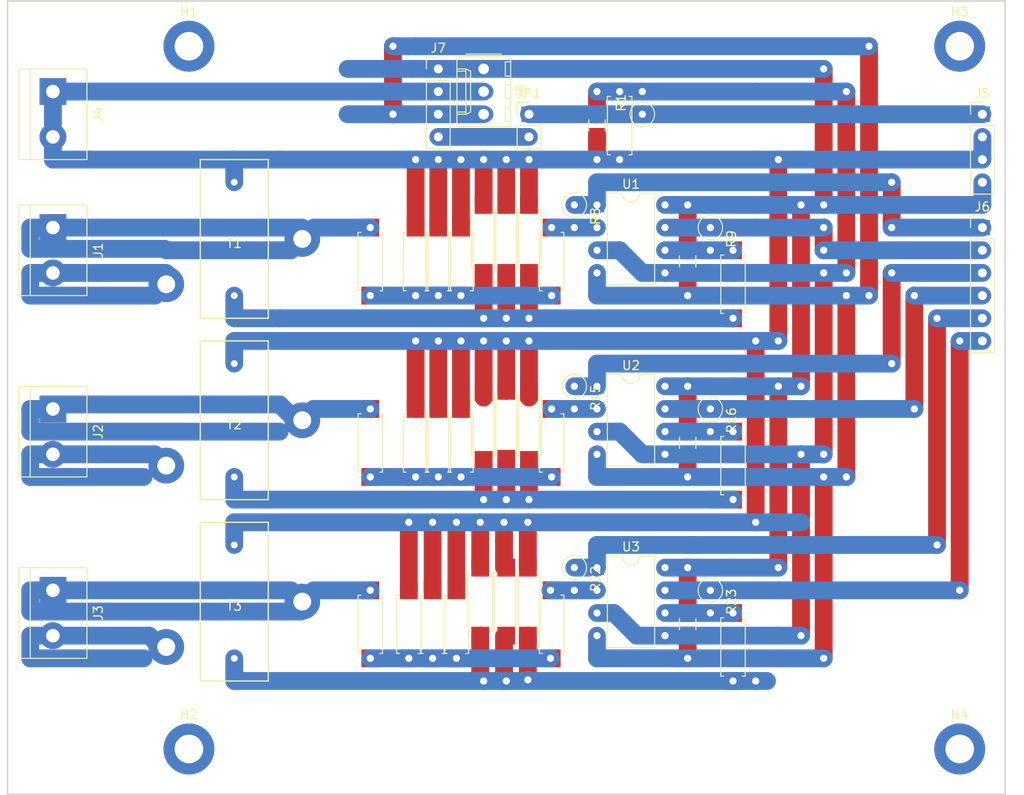
<source format=kicad_pcb>
(kicad_pcb (version 20240108) (generator "pcbnew") (generator_version "8.0")
  (layers (0 "F.Cu" signal) (31 "B.Cu" signal) (34 "B.Paste" user) (35 "F.Paste" user) (36 "B.SilkS" user "B.Silkscreen") (37 "F.SilkS" user "F.Silkscreen") (38 "B.Mask" user) (39 "F.Mask" user) (44 "Edge.Cuts" user))
  (net 0 "")
  (net 1 "GND")
  (net 2 "VDDF")
  (net 3 "VCC")
  (net 4 "VEE")
  (net 5 "/AFE/sensor0/amp0/V_IN")
  (net 6 "/AFE/sensor0/amp0/I_IN")
  (net 7 "/AFE/sensor1/amp0/V_IN")
  (net 8 "/AFE/sensor1/amp0/I_IN")
  (net 9 "/AFE/sensor2/amp0/V_IN")
  (net 10 "/AFE/sensor2/amp0/I_IN")
  (net 11 "VDD")
  (net 12 "Net-(R6-Pad1)")
  (net 13 "Net-(R7-Pad1)")
  (net 14 "Net-(R13-Pad1)")
  (net 15 "Net-(R14-Pad1)")
  (net 16 "Net-(R20-Pad1)")
  (net 17 "Net-(R21-Pad1)")
  (net 18 "/L1_OR_R3_OUT")
  (net 19 "/L1_OR_R3_IN")
  (net 20 "/E1_OR_S3_IN")
  (net 21 "/E1_OR_S3_OUT")
  (net 22 "/T3_OUT")
  (net 23 "/T3_IN")
  (net 24 "/A0")
  (net 25 "/A1")
  (net 26 "/A2")
  (net 27 "/A3")
  (net 28 "/A4")
  (net 29 "/A5")
  (net 30 "Net-(J7-Pad4)")
  (footprint "For_Rasterboard:R_Axial_DIN0207_L6.3mm_D2.5mm_Pinf_Horizontal" (layer "F.Cu") (at 152.4 66.04 -90)
    (property "Reference" "R13" (hide yes))
    (property "Value" "100k")
  )
  (footprint "For_Rasterboard:R_Axial_DIN0207_L6.3mm_D2.5mm_Pinf_Horizontal" (layer "F.Cu") (at 129.413 88.9 90)
    (property "Reference" "D10" (hide yes))
    (property "Value" "1N4148")
  )
  (footprint "TerminalBlock:TerminalBlock_bornier-2_P5.08mm" (layer "F.Cu") (at 76.2 43.18 -90)
    (property "Reference" "J1")
    (property "Value" "Screw_Terminal_01x02")
  )
  (footprint "For_Rasterboard:R_Axial_DIN0207_L6.3mm_D2.5mm_Pinf_Horizontal" (layer "F.Cu") (at 127 61.468 -90)
    (property "Reference" "D8" (hide yes))
    (property "Value" "1N4148")
  )
  (footprint "Resistor_THT:R_Axial_DIN0207_L6.3mm_D2.5mm_P2.54mm_Vertical" (layer "F.Cu") (at 149.86 63.5 -90)
    (property "Reference" "R16")
    (property "Value" "220k")
  )
  (footprint "MountingHole:MountingHole_3.2mm_M3_ISO7380_Pad" (layer "F.Cu") (at 91.44 22.86)
    (property "Reference" "H1")
    (property "Value" "MountingHole")
  )
  (footprint "MountingHole:MountingHole_3.2mm_M3_ISO7380_Pad" (layer "F.Cu") (at 177.8 22.86)
    (property "Reference" "H3")
    (property "Value" "MountingHole")
  )
  (footprint "MountingHole:MountingHole_3.2mm_M3_ISO7380_Pad" (layer "F.Cu") (at 177.8 101.6)
    (property "Reference" "H4")
    (property "Value" "MountingHole")
  )
  (footprint "MountingHole:MountingHole_3.2mm_M3_ISO7380_Pad" (layer "F.Cu") (at 91.44 101.6)
    (property "Reference" "H2")
    (property "Value" "MountingHole")
  )
  (footprint "For_Rasterboard:C_Disc_D3.0mm_W1.6mm_Pinf" (layer "F.Cu") (at 137.16 30.48 -90)
    (property "Reference" "C1" (hide yes))
    (property "Value" "100n")
  )
  (footprint "Resistor_THT:R_Axial_DIN0207_L6.3mm_D2.5mm_P2.54mm_Vertical" (layer "F.Cu") (at 142.24 30.48 90)
    (property "Reference" "R1")
    (property "Value" "5k6")
  )
  (footprint "Connector_PinHeader_2.54mm:PinHeader_1x04_P2.54mm_Vertical" (layer "F.Cu") (at 119.38 25.4)
    (property "Reference" "J7")
    (property "Value" "Conn_01x04")
  )
  (footprint "Connector_PinHeader_2.54mm:PinHeader_1x02_P2.54mm_Vertical" (layer "F.Cu") (at 129.54 30.48)
    (property "Reference" "JP1")
    (property "Value" "Jumper_2_Open")
  )
  (footprint "Local_Modules:ASM-010" (layer "F.Cu") (at 96.52 44.45)
    (property "Reference" "T1")
    (property "Value" "ASM-010")
  )
  (footprint "TerminalBlock:TerminalBlock_bornier-2_P5.08mm" (layer "F.Cu") (at 76.2 63.5 -90)
    (property "Reference" "J2")
    (property "Value" "Screw_Terminal_01x02")
  )
  (footprint "TerminalBlock:TerminalBlock_bornier-2_P5.08mm" (layer "F.Cu") (at 76.2 83.82 -90)
    (property "Reference" "J3")
    (property "Value" "Screw_Terminal_01x02")
  )
  (footprint "TerminalBlock:TerminalBlock_bornier-2_P5.08mm" (layer "F.Cu") (at 76.2 27.94 -90)
    (property "Reference" "J4")
    (property "Value" "Screw_Terminal_01x02")
  )
  (footprint "Local_Modules:ASM-010" (layer "F.Cu") (at 96.52 64.77)
    (property "Reference" "T2")
    (property "Value" "ASM-010")
  )
  (footprint "Local_Modules:ASM-010" (layer "F.Cu") (at 96.52 85.09)
    (property "Reference" "T3")
    (property "Value" "ASM-010")
  )
  (footprint "For_Rasterboard:C_Disc_D3.0mm_W1.6mm_Pinf" (layer "F.Cu") (at 147.32 45.72 -90)
    (property "Reference" "C2" (hide yes))
    (property "Value" "100n")
  )
  (footprint "For_Rasterboard:C_Disc_D3.0mm_W1.6mm_Pinf" (layer "F.Cu") (at 147.32 86.36 -90)
    (property "Reference" "C4" (hide yes))
    (property "Value" "100n")
  )
  (footprint "Connector_PinHeader_2.54mm:PinHeader_1x04_P2.54mm_Vertical" (layer "F.Cu") (at 180.34 30.48)
    (property "Reference" "J5")
    (property "Value" "Conn_01x04")
  )
  (footprint "Connector_PinHeader_2.54mm:PinHeader_1x06_P2.54mm_Vertical" (layer "F.Cu") (at 180.34 43.18)
    (property "Reference" "J6")
    (property "Value" "Conn_01x06")
  )
  (footprint "For_Rasterboard:R_Axial_DIN0207_L6.3mm_D2.5mm_Pinf_Horizontal" (layer "F.Cu") (at 139.7 27.94 -90)
    (property "Reference" "R2" (hide yes))
    (property "Value" "1k")
  )
  (footprint "For_Rasterboard:R_Axial_DIN0207_L6.3mm_D2.5mm_Pinf_Horizontal" (layer "F.Cu") (at 124.46 48.26 90)
    (property "Reference" "R3" (hide yes))
    (property "Value" "50")
  )
  (footprint "For_Rasterboard:R_Axial_DIN0207_L6.3mm_D2.5mm_Pinf_Horizontal" (layer "F.Cu") (at 111.76 43.18 -90)
    (property "Reference" "R4" (hide yes))
    (property "Value" "1M5")
  )
  (footprint "For_Rasterboard:R_Axial_DIN0207_L6.3mm_D2.5mm_Pinf_Horizontal" (layer "F.Cu") (at 116.84 50.8 90)
    (property "Reference" "R5" (hide yes))
    (property "Value" "1k")
  )
  (footprint "For_Rasterboard:R_Axial_DIN0207_L6.3mm_D2.5mm_Pinf_Horizontal" (layer "F.Cu") (at 152.4 45.72 -90)
    (property "Reference" "R6" (hide yes))
    (property "Value" "100k")
  )
  (footprint "For_Rasterboard:R_Axial_DIN0207_L6.3mm_D2.5mm_Pinf_Horizontal" (layer "F.Cu") (at 124.46 69.215 90)
    (property "Reference" "R10" (hide yes))
    (property "Value" "50")
  )
  (footprint "For_Rasterboard:R_Axial_DIN0207_L6.3mm_D2.5mm_Pinf_Horizontal" (layer "F.Cu") (at 111.76 63.5 -90)
    (property "Reference" "R11" (hide yes))
    (property "Value" "1M5")
  )
  (footprint "For_Rasterboard:R_Axial_DIN0207_L6.3mm_D2.5mm_Pinf_Horizontal" (layer "F.Cu") (at 121.92 71.12 90)
    (property "Reference" "R12" (hide yes))
    (property "Value" "1k")
  )
  (footprint "For_Rasterboard:R_Axial_DIN0207_L6.3mm_D2.5mm_Pinf_Horizontal" (layer "F.Cu") (at 152.4 86.36 -90)
    (property "Reference" "R20" (hide yes))
    (property "Value" "100k")
  )
  (footprint "Package_DIP:DIP-8_W7.62mm" (layer "F.Cu") (at 137.16 40.64)
    (property "Reference" "U1")
    (property "Value" "TL072")
  )
  (footprint "Package_DIP:DIP-8_W7.62mm" (layer "F.Cu") (at 137.16 81.28)
    (property "Reference" "U3")
    (property "Value" "TL072")
  )
  (footprint "Package_DIP:DIP-8_W7.62mm" (layer "F.Cu") (at 137.16 60.96)
    (property "Reference" "U2")
    (property "Value" "TL072")
  )
  (footprint "For_Rasterboard:R_Axial_DIN0207_L6.3mm_D2.5mm_Pinf_Horizontal" (layer "F.Cu") (at 124.079 88.9 90)
    (property "Reference" "R17" (hide yes))
    (property "Value" "50")
  )
  (footprint "For_Rasterboard:R_Axial_DIN0207_L6.3mm_D2.5mm_Pinf_Horizontal" (layer "F.Cu") (at 111.76 83.82 -90)
    (property "Reference" "R18" (hide yes))
    (property "Value" "1M5")
  )
  (footprint "For_Rasterboard:R_Axial_DIN0207_L6.3mm_D2.5mm_Pinf_Horizontal" (layer "F.Cu") (at 121.412 91.44 90)
    (property "Reference" "R19" (hide yes))
    (property "Value" "1k")
  )
  (footprint "For_Rasterboard:C_Disc_D3.0mm_W1.6mm_Pinf" (layer "F.Cu") (at 147.32 66.04 -90)
    (property "Reference" "C3" (hide yes))
    (property "Value" "100n")
  )
  (footprint "Resistor_THT:R_Axial_DIN0207_L6.3mm_D2.5mm_P2.54mm_Vertical" (layer "F.Cu") (at 149.86 43.18 -90)
    (property "Reference" "R9")
    (property "Value" "220k")
  )
  (footprint "Resistor_THT:R_Axial_DIN0207_L6.3mm_D2.5mm_P2.54mm_Vertical" (layer "F.Cu") (at 149.86 83.82 -90)
    (property "Reference" "R23")
    (property "Value" "220k")
  )
  (footprint "For_Rasterboard:R_Axial_DIN0207_L6.3mm_D2.5mm_Pinf_Horizontal" (layer "F.Cu") (at 121.92 50.8 90)
    (property "Reference" "D1" (hide yes))
    (property "Value" "1N4148")
  )
  (footprint "For_Rasterboard:R_Axial_DIN0207_L6.3mm_D2.5mm_Pinf_Horizontal" (layer "F.Cu") (at 119.38 71.12 90)
    (property "Reference" "D5" (hide yes))
    (property "Value" "1N4148")
  )
  (footprint "For_Rasterboard:R_Axial_DIN0207_L6.3mm_D2.5mm_Pinf_Horizontal" (layer "F.Cu") (at 118.745 91.44 90)
    (property "Reference" "D9" (hide yes))
    (property "Value" "1N4148")
  )
  (footprint "For_Rasterboard:R_Axial_DIN0207_L6.3mm_D2.5mm_Pinf_Horizontal" (layer "F.Cu") (at 132.08 43.18 -90)
    (property "Reference" "R7" (hide yes))
    (property "Value" "100k")
  )
  (footprint "Resistor_THT:R_Axial_DIN0207_L6.3mm_D2.5mm_P2.54mm_Vertical" (layer "F.Cu") (at 134.62 40.64 -90)
    (property "Reference" "R8")
    (property "Value" "220k")
  )
  (footprint "For_Rasterboard:R_Axial_DIN0207_L6.3mm_D2.5mm_Pinf_Horizontal" (layer "F.Cu") (at 132.08 63.5 -90)
    (property "Reference" "R14" (hide yes))
    (property "Value" "100k")
  )
  (footprint "Resistor_THT:R_Axial_DIN0207_L6.3mm_D2.5mm_P2.54mm_Vertical" (layer "F.Cu") (at 134.62 60.96 -90)
    (property "Reference" "R15")
    (property "Value" "220k")
  )
  (footprint "For_Rasterboard:R_Axial_DIN0207_L6.3mm_D2.5mm_Pinf_Horizontal" (layer "F.Cu") (at 132.08 83.82 -90)
    (property "Reference" "R21" (hide yes))
    (property "Value" "100k")
  )
  (footprint "Resistor_THT:R_Axial_DIN0207_L6.3mm_D2.5mm_P2.54mm_Vertical" (layer "F.Cu") (at 134.62 81.28 -90)
    (property "Reference" "R22")
    (property "Value" "220k")
  )
  (footprint "For_Rasterboard:R_Axial_DIN0207_L6.3mm_D2.5mm_Pinf_Horizontal" (layer "F.Cu") (at 129.54 48.26 90)
    (property "Reference" "D2" (hide yes))
    (property "Value" "1N4148")
  )
  (footprint "For_Rasterboard:R_Axial_DIN0207_L6.3mm_D2.5mm_Pinf_Horizontal" (layer "F.Cu") (at 119.38 43.18 -90)
    (property "Reference" "D3" (hide yes))
    (property "Value" "1N4148")
  )
  (footprint "For_Rasterboard:R_Axial_DIN0207_L6.3mm_D2.5mm_Pinf_Horizontal" (layer "F.Cu") (at 127 40.64 -90)
    (property "Reference" "D4" (hide yes))
    (property "Value" "1N4148")
  )
  (footprint "For_Rasterboard:R_Axial_DIN0207_L6.3mm_D2.5mm_Pinf_Horizontal" (layer "F.Cu") (at 129.54 69.215 90)
    (property "Reference" "D6" (hide yes))
    (property "Value" "1N4148")
  )
  (footprint "For_Rasterboard:R_Axial_DIN0207_L6.3mm_D2.5mm_Pinf_Horizontal" (layer "F.Cu") (at 116.84 63.5 -90)
    (property "Reference" "D7" (hide yes))
    (property "Value" "1N4148")
  )
  (footprint "For_Rasterboard:R_Axial_DIN0207_L6.3mm_D2.5mm_Pinf_Horizontal" (layer "F.Cu") (at 116.078 83.82 -90)
    (property "Reference" "D11" (hide yes))
    (property "Value" "1N4148")
  )
  (footprint "For_Rasterboard:R_Axial_DIN0207_L6.3mm_D2.5mm_Pinf_Horizontal" (layer "F.Cu") (at 127 81.28 -90)
    (property "Reference" "D12" (hide yes))
    (property "Value" "1N4148")
  )
  (footprint "Connector_Molex:Molex_KK-254_AE-6410-03A_1x03_P2.54mm_Vertical" (layer "F.Cu") (at 124.46 25.4 -90)
    (property "Reference" "J8")
    (property "Value" "NS25-W3P male")
  )
  (gr_line (start 71.12 106.68) (end 182.88 106.68) (stroke (width 0.2)) (layer "Edge.Cuts"))
  (gr_line (start 71.12 106.68) (end 71.12 17.78) (stroke (width 0.15)) (layer "Edge.Cuts"))
  (gr_line (start 182.88 106.68) (end 182.88 17.78) (stroke (width 0.15)) (layer "Edge.Cuts"))
  (gr_line (start 71.12 17.78) (end 182.88 17.78) (stroke (width 0.2)) (layer "Edge.Cuts"))
  (segment (start 126.746 78.28) (end 126.746 76.2) (width 2) (layer "F.Cu") (net 1))
  (segment (start 126.746 81.28) (end 126.746 78.28) (width 2) (layer "F.Cu") (net 1))
  (segment (start 129.413 81.28) (end 129.413 76.2) (width 2) (layer "F.Cu") (net 1))
  (segment (start 121.92 63.5) (end 121.92 55.88) (width 2) (layer "F.Cu") (net 1))
  (segment (start 157.48 35.56) (end 157.48 55.88) (width 2) (layer "F.Cu") (net 1))
  (segment (start 116.078 83.82) (end 116.078 76.2) (width 2) (layer "F.Cu") (net 1))
  (segment (start 116.84 43.18) (end 116.84 35.56) (width 2) (layer "F.Cu") (net 1))
  (segment (start 129.54 40.64) (end 129.54 35.56) (width 2) (layer "F.Cu") (net 1))
  (segment (start 119.38 63.5) (end 119.38 55.88) (width 2) (layer "F.Cu") (net 1))
  (segment (start 121.412 83.82) (end 121.412 76.835) (width 2) (layer "F.Cu") (net 1))
  (segment (start 118.745 83.82) (end 118.745 76.835) (width 2) (layer "F.Cu") (net 1))
  (segment (start 127 40.64) (end 127 35.56) (width 2) (layer "F.Cu") (net 1))
  (segment (start 127 61.468) (end 127 55.88) (width 2) (layer "F.Cu") (net 1))
  (segment (start 124.46 62.23) (end 124.46 55.88) (width 2) (layer "F.Cu") (net 1))
  (segment (start 116.84 63.5) (end 116.84 55.88) (width 2) (layer "F.Cu") (net 1))
  (segment (start 119.38 43.18) (end 119.38 35.56) (width 2) (layer "F.Cu") (net 1))
  (segment (start 124.079 81.28) (end 124.079 76.2) (width 2) (layer "F.Cu") (net 1))
  (segment (start 124.46 40.64) (end 124.46 35.56) (width 2) (layer "F.Cu") (net 1))
  (segment (start 154.94 55.88) (end 154.94 76.2) (width 2) (layer "F.Cu") (net 1))
  (segment (start 129.54 62.23) (end 129.54 55.88) (width 2) (layer "F.Cu") (net 1))
  (segment (start 137.16 33.02) (end 137.16 35.56) (width 2) (layer "F.Cu") (net 1))
  (segment (start 121.92 43.18) (end 121.92 35.56) (width 2) (layer "F.Cu") (net 1))
  (via (at 126.746 76.2) (size 2) (drill 0.8) (layers "F.Cu" "B.Cu") (net 1))
  (via (at 129.413 76.2) (size 2) (drill 0.8) (layers "F.Cu" "B.Cu") (net 1))
  (via (at 157.48 35.56) (size 2) (drill 0.8) (layers "F.Cu" "B.Cu") (net 1))
  (via (at 129.54 55.88) (size 2) (drill 0.8) (layers "F.Cu" "B.Cu") (net 1))
  (via (at 119.38 35.56) (size 2) (drill 0.8) (layers "F.Cu" "B.Cu") (net 1))
  (via (at 139.7 35.56) (size 2) (drill 0.8) (layers "F.Cu" "B.Cu") (net 1))
  (via (at 127 35.56) (size 2) (drill 0.8) (layers "F.Cu" "B.Cu") (net 1))
  (via (at 157.48 55.88) (size 2) (drill 0.8) (layers "F.Cu" "B.Cu") (net 1))
  (via (at 154.94 55.88) (size 2) (drill 0.8) (layers "F.Cu" "B.Cu") (net 1))
  (via (at 129.54 35.56) (size 2) (drill 0.8) (layers "F.Cu" "B.Cu") (net 1))
  (via (at 116.078 76.2) (size 2) (drill 0.8) (layers "F.Cu" "B.Cu") (net 1))
  (via (at 154.94 76.2) (size 2) (drill 0.8) (layers "F.Cu" "B.Cu") (net 1))
  (via (at 124.079 76.2) (size 2) (drill 0.8) (layers "F.Cu" "B.Cu") (net 1))
  (via (at 119.38 55.88) (size 2) (drill 0.8) (layers "F.Cu" "B.Cu") (net 1))
  (via (at 116.84 55.88) (size 2) (drill 0.8) (layers "F.Cu" "B.Cu") (net 1))
  (via (at 127 55.88) (size 2) (drill 0.8) (layers "F.Cu" "B.Cu") (net 1))
  (via (at 137.16 35.56) (size 2) (drill 0.8) (layers "F.Cu" "B.Cu") (net 1))
  (via (at 118.745 76.2) (size 2) (drill 0.8) (layers "F.Cu" "B.Cu") (net 1))
  (via (at 116.84 35.56) (size 2) (drill 0.8) (layers "F.Cu" "B.Cu") (net 1))
  (via (at 121.92 35.56) (size 2) (drill 0.8) (layers "F.Cu" "B.Cu") (net 1))
  (via (at 124.46 55.88) (size 2) (drill 0.8) (layers "F.Cu" "B.Cu") (net 1))
  (via (at 121.92 55.88) (size 2) (drill 0.8) (layers "F.Cu" "B.Cu") (net 1))
  (via (at 124.46 35.56) (size 2) (drill 0.8) (layers "F.Cu" "B.Cu") (net 1))
  (via (at 121.412 76.2) (size 2) (drill 0.8) (layers "F.Cu" "B.Cu") (net 1))
  (segment (start 96.52 55.88) (end 154.94 55.88) (width 2) (layer "B.Cu") (net 1))
  (segment (start 96.52 35.56) (end 96.52 38.1) (width 2) (layer "B.Cu") (net 1))
  (segment (start 137.16 35.56) (end 101.6 35.56) (width 2) (layer "B.Cu") (net 1))
  (segment (start 96.52 78.74) (end 96.52 76.2) (width 2) (layer "B.Cu") (net 1))
  (segment (start 157.48 35.56) (end 154.94 35.56) (width 2) (layer "B.Cu") (net 1))
  (segment (start 118.745 76.2) (end 121.92 76.2) (width 2) (layer "B.Cu") (net 1))
  (segment (start 180.34 35.56) (end 180.34 33.02) (width 2) (layer "B.Cu") (net 1))
  (segment (start 96.52 35.56) (end 101.6 35.56) (width 2) (layer "B.Cu") (net 1))
  (segment (start 154.94 35.56) (end 137.16 35.56) (width 2) (layer "B.Cu") (net 1))
  (segment (start 119.38 27.94) (end 124.46 27.94) (width 2) (layer "B.Cu") (net 1))
  (segment (start 160.02 35.56) (end 157.48 35.56) (width 2) (layer "B.Cu") (net 1))
  (segment (start 96.52 58.42) (end 96.52 55.88) (width 2) (layer "B.Cu") (net 1))
  (segment (start 157.48 76.2) (end 160.02 76.2) (width 2) (layer "B.Cu") (net 1))
  (segment (start 76.2 35.56) (end 76.2 27.94) (width 2) (layer "B.Cu") (net 1))
  (segment (start 96.52 76.2) (end 118.745 76.2) (width 2) (layer "B.Cu") (net 1))
  (segment (start 154.94 55.88) (end 157.48 55.88) (width 2) (layer "B.Cu") (net 1))
  (segment (start 121.92 76.2) (end 157.48 76.2) (width 2) (layer "B.Cu") (net 1))
  (segment (start 96.52 35.56) (end 76.2 35.56) (width 2) (layer "B.Cu") (net 1))
  (segment (start 160.02 35.56) (end 180.34 35.56) (width 2) (layer "B.Cu") (net 1))
  (segment (start 119.38 27.94) (end 76.2 27.94) (width 2) (layer "B.Cu") (net 1))
  (segment (start 160.02 68.58) (end 160.02 88.9) (width 2) (layer "F.Cu") (net 2))
  (segment (start 165.1 48.26) (end 165.1 27.94) (width 2) (layer "F.Cu") (net 2))
  (segment (start 162.56 48.26) (end 162.56 68.58) (width 2) (layer "F.Cu") (net 2))
  (segment (start 137.16 30.48) (end 137.16 27.94) (width 2) (layer "F.Cu") (net 2))
  (via (at 162.56 48.26) (size 2) (drill 0.8) (layers "F.Cu" "B.Cu") (net 2))
  (via (at 165.1 27.94) (size 2) (drill 0.8) (layers "F.Cu" "B.Cu") (net 2))
  (via (at 165.1 48.26) (size 2) (drill 0.8) (layers "F.Cu" "B.Cu") (net 2))
  (via (at 137.16 27.94) (size 2) (drill 0.8) (layers "F.Cu" "B.Cu") (net 2))
  (via (at 139.7 27.94) (size 2) (drill 0.8) (layers "F.Cu" "B.Cu") (net 2))
  (via (at 160.02 68.58) (size 2) (drill 0.8) (layers "F.Cu" "B.Cu") (net 2))
  (via (at 160.02 88.9) (size 2) (drill 0.8) (layers "F.Cu" "B.Cu") (net 2))
  (via (at 162.56 68.58) (size 2) (drill 0.8) (layers "F.Cu" "B.Cu") (net 2))
  (segment (start 139.7 45.72) (end 142.24 48.26) (width 2) (layer "B.Cu") (net 2))
  (segment (start 141.605 88.9) (end 144.78 88.9) (width 2) (layer "B.Cu") (net 2))
  (segment (start 154.94 48.26) (end 162.56 48.26) (width 2) (layer "B.Cu") (net 2))
  (segment (start 137.16 45.72) (end 139.7 45.72) (width 2) (layer "B.Cu") (net 2))
  (segment (start 160.02 68.58) (end 144.78 68.58) (width 2) (layer "B.Cu") (net 2))
  (segment (start 139.7 66.04) (end 142.24 68.58) (width 2) (layer "B.Cu") (net 2))
  (segment (start 154.94 27.94) (end 142.24 27.94) (width 2) (layer "B.Cu") (net 2))
  (segment (start 165.1 27.94) (end 154.94 27.94) (width 2) (layer "B.Cu") (net 2))
  (segment (start 162.56 48.26) (end 165.1 48.26) (width 2) (layer "B.Cu") (net 2))
  (segment (start 142.24 27.94) (end 139.7 27.94) (width 2) (layer "B.Cu") (net 2))
  (segment (start 142.24 48.26) (end 144.78 48.26) (width 2) (layer "B.Cu") (net 2))
  (segment (start 160.02 88.9) (end 157.48 88.9) (width 2) (layer "B.Cu") (net 2))
  (segment (start 137.16 86.36) (end 139.065 86.36) (width 2) (layer "B.Cu") (net 2))
  (segment (start 144.78 48.26) (end 152.4 48.26) (width 2) (layer "B.Cu") (net 2))
  (segment (start 152.4 48.26) (end 154.94 48.26) (width 2) (layer "B.Cu") (net 2))
  (segment (start 162.56 68.58) (end 160.02 68.58) (width 2) (layer "B.Cu") (net 2))
  (segment (start 142.24 68.58) (end 144.78 68.58) (width 2) (layer "B.Cu") (net 2))
  (segment (start 144.78 88.9) (end 157.48 88.9) (width 2) (layer "B.Cu") (net 2))
  (segment (start 139.7 27.94) (end 137.16 27.94) (width 2) (layer "B.Cu") (net 2))
  (segment (start 139.065 86.36) (end 141.605 88.9) (width 2) (layer "B.Cu") (net 2))
  (segment (start 137.16 66.04) (end 139.7 66.04) (width 2) (layer "B.Cu") (net 2))
  (segment (start 147.32 45.72) (end 147.32 40.64) (width 2) (layer "F.Cu") (net 3))
  (segment (start 157.48 81.28) (end 157.48 60.96) (width 2) (layer "F.Cu") (net 3))
  (segment (start 160.02 60.96) (end 160.02 40.64) (width 2) (layer "F.Cu") (net 3))
  (segment (start 147.32 66.04) (end 147.32 60.96) (width 2) (layer "F.Cu") (net 3))
  (segment (start 162.56 40.64) (end 162.56 25.4) (width 2) (layer "F.Cu") (net 3))
  (segment (start 147.32 86.36) (end 147.32 81.28) (width 2) (layer "F.Cu") (net 3))
  (via (at 157.48 81.28) (size 2) (drill 0.8) (layers "F.Cu" "B.Cu") (net 3))
  (via (at 147.32 60.96) (size 2) (drill 0.8) (layers "F.Cu" "B.Cu") (net 3))
  (via (at 162.56 40.64) (size 2) (drill 0.8) (layers "F.Cu" "B.Cu") (net 3))
  (via (at 160.02 60.96) (size 2) (drill 0.8) (layers "F.Cu" "B.Cu") (net 3))
  (via (at 147.32 40.64) (size 2) (drill 0.8) (layers "F.Cu" "B.Cu") (net 3))
  (via (at 162.56 25.4) (size 2) (drill 0.8) (layers "F.Cu" "B.Cu") (net 3))
  (via (at 160.02 40.64) (size 2) (drill 0.8) (layers "F.Cu" "B.Cu") (net 3))
  (via (at 157.48 60.96) (size 2) (drill 0.8) (layers "F.Cu" "B.Cu") (net 3))
  (via (at 147.32 81.28) (size 2) (drill 0.8) (layers "F.Cu" "B.Cu") (net 3))
  (segment (start 119.38 25.4) (end 109.22 25.4) (width 2) (layer "B.Cu") (net 3))
  (segment (start 144.78 81.28) (end 147.32 81.28) (width 2) (layer "B.Cu") (net 3))
  (segment (start 144.78 60.96) (end 147.32 60.96) (width 2) (layer "B.Cu") (net 3))
  (segment (start 154.94 60.96) (end 152.4 60.96) (width 2) (layer "B.Cu") (net 3))
  (segment (start 152.4 81.28) (end 154.94 81.28) (width 2) (layer "B.Cu") (net 3))
  (segment (start 154.94 81.28) (end 157.48 81.28) (width 2) (layer "B.Cu") (net 3))
  (segment (start 147.32 81.28) (end 152.4 81.28) (width 2) (layer "B.Cu") (net 3))
  (segment (start 162.56 25.4) (end 119.38 25.4) (width 2) (layer "B.Cu") (net 3))
  (segment (start 162.56 40.64) (end 180.34 40.64) (width 2) (layer "B.Cu") (net 3))
  (segment (start 147.32 60.96) (end 152.4 60.96) (width 2) (layer "B.Cu") (net 3))
  (segment (start 160.02 40.64) (end 162.56 40.64) (width 2) (layer "B.Cu") (net 3))
  (segment (start 154.94 60.96) (end 160.02 60.96) (width 2) (layer "B.Cu") (net 3))
  (segment (start 160.02 40.64) (end 154.94 40.64) (width 2) (layer "B.Cu") (net 3))
  (segment (start 144.78 40.64) (end 154.94 40.64) (width 2) (layer "B.Cu") (net 3))
  (segment (start 180.34 40.64) (end 180.34 38.1) (width 2) (layer "B.Cu") (net 3))
  (segment (start 147.32 88.9) (end 147.32 91.44) (width 2) (layer "F.Cu") (net 4))
  (segment (start 147.32 68.58) (end 147.32 71.12) (width 2) (layer "F.Cu") (net 4))
  (segment (start 162.56 91.44) (end 162.56 71.12) (width 2) (layer "F.Cu") (net 4))
  (segment (start 114.3 22.86) (end 114.3 30.48) (width 2) (layer "F.Cu") (net 4))
  (segment (start 147.32 50.8) (end 147.32 48.26) (width 2) (layer "F.Cu") (net 4))
  (segment (start 167.64 50.8) (end 167.64 22.86) (width 2) (layer "F.Cu") (net 4))
  (segment (start 165.1 71.12) (end 165.1 50.8) (width 2) (layer "F.Cu") (net 4))
  (via (at 114.3 30.48) (size 2) (drill 0.8) (layers "F.Cu" "B.Cu") (net 4))
  (via (at 162.56 91.44) (size 2) (drill 0.8) (layers "F.Cu" "B.Cu") (net 4))
  (via (at 114.3 30.48) (size 2) (drill 0.8) (layers "F.Cu" "B.Cu") (net 4))
  (via (at 147.32 71.12) (size 2) (drill 0.8) (layers "F.Cu" "B.Cu") (net 4))
  (via (at 147.32 50.8) (size 2) (drill 0.8) (layers "F.Cu" "B.Cu") (net 4))
  (via (at 147.32 91.44) (size 2) (drill 0.8) (layers "F.Cu" "B.Cu") (net 4))
  (via (at 114.3 22.86) (size 2) (drill 0.8) (layers "F.Cu" "B.Cu") (net 4))
  (via (at 162.56 71.12) (size 2) (drill 0.8) (layers "F.Cu" "B.Cu") (net 4))
  (via (at 167.64 50.8) (size 2) (drill 0.8) (layers "F.Cu" "B.Cu") (net 4))
  (via (at 167.64 22.86) (size 2) (drill 0.8) (layers "F.Cu" "B.Cu") (net 4))
  (via (at 165.1 71.12) (size 2) (drill 0.8) (layers "F.Cu" "B.Cu") (net 4))
  (via (at 165.1 50.8) (size 2) (drill 0.8) (layers "F.Cu" "B.Cu") (net 4))
  (segment (start 137.16 50.8) (end 137.16 48.26) (width 2) (layer "B.Cu") (net 4))
  (segment (start 147.32 71.12) (end 137.16 71.12) (width 2) (layer "B.Cu") (net 4))
  (segment (start 157.48 91.44) (end 162.56 91.44) (width 2) (layer "B.Cu") (net 4))
  (segment (start 167.64 22.86) (end 116.84 22.86) (width 2) (layer "B.Cu") (net 4))
  (segment (start 114.3 30.48) (end 109.22 30.48) (width 2) (layer "B.Cu") (net 4))
  (segment (start 119.38 30.48) (end 114.3 30.48) (width 2) (layer "B.Cu") (net 4))
  (segment (start 165.1 50.8) (end 167.64 50.8) (width 2) (layer "B.Cu") (net 4))
  (segment (start 116.84 22.86) (end 114.3 22.86) (width 2) (layer "B.Cu") (net 4))
  (segment (start 124.46 30.48) (end 119.38 30.48) (width 2) (layer "B.Cu") (net 4))
  (segment (start 137.16 88.9) (end 137.16 91.44) (width 2) (layer "B.Cu") (net 4))
  (segment (start 163.131283 71.12) (end 165.1 71.12) (width 2) (layer "B.Cu") (net 4))
  (segment (start 147.32 71.12) (end 163.131283 71.12) (width 2) (layer "B.Cu") (net 4))
  (segment (start 154.94 50.8) (end 137.16 50.8) (width 2) (layer "B.Cu") (net 4))
  (segment (start 137.16 91.44) (end 157.48 91.44) (width 2) (layer "B.Cu") (net 4))
  (segment (start 137.16 71.12) (end 137.16 68.58) (width 2) (layer "B.Cu") (net 4))
  (segment (start 154.94 50.8) (end 165.1 50.8) (width 2) (layer "B.Cu") (net 4))
  (via (at 116.84 50.8) (size 2) (drill 0.8) (layers "F.Cu" "B.Cu") (net 5))
  (via (at 121.92 50.8) (size 2) (drill 0.8) (layers "F.Cu" "B.Cu") (net 5))
  (via (at 111.76 50.8) (size 2) (drill 0.8) (layers "F.Cu" "B.Cu") (net 5))
  (via (at 132.08 50.8) (size 2) (drill 0.8) (layers "F.Cu" "B.Cu") (net 5))
  (via (at 119.38 50.8) (size 2) (drill 0.8) (layers "F.Cu" "B.Cu") (net 5))
  (segment (start 132.08 50.8) (end 111.76 50.8) (width 2) (layer "B.Cu") (net 5))
  (segment (start 127 48.26) (end 127 53.34) (width 2) (layer "F.Cu") (net 6))
  (segment (start 129.54 48.26) (end 129.54 53.34) (width 2) (layer "F.Cu") (net 6))
  (segment (start 124.46 48.26) (end 124.46 53.34) (width 2) (layer "F.Cu") (net 6))
  (via (at 127 53.34) (size 2) (drill 0.8) (layers "F.Cu" "B.Cu") (net 6))
  (via (at 152.4 53.34) (size 2) (drill 0.8) (layers "F.Cu" "B.Cu") (net 6))
  (via (at 124.46 53.34) (size 2) (drill 0.8) (layers "F.Cu" "B.Cu") (net 6))
  (via (at 129.54 53.34) (size 2) (drill 0.8) (layers "F.Cu" "B.Cu") (net 6))
  (segment (start 152.4 53.34) (end 101.6 53.34) (width 2) (layer "B.Cu") (net 6))
  (segment (start 96.52 53.34) (end 96.52 50.8) (width 2) (layer "B.Cu") (net 6))
  (segment (start 96.52 53.34) (end 101.6 53.34) (width 2) (layer "B.Cu") (net 6))
  (via (at 116.84 71.12) (size 2) (drill 0.8) (layers "F.Cu" "B.Cu") (net 7))
  (via (at 121.92 71.12) (size 2) (drill 0.8) (layers "F.Cu" "B.Cu") (net 7))
  (via (at 119.38 71.12) (size 2) (drill 0.8) (layers "F.Cu" "B.Cu") (net 7))
  (via (at 111.76 71.12) (size 2) (drill 0.8) (layers "F.Cu" "B.Cu") (net 7))
  (via (at 132.08 71.12) (size 2) (drill 0.8) (layers "F.Cu" "B.Cu") (net 7))
  (segment (start 132.08 71.12) (end 111.76 71.12) (width 2) (layer "B.Cu") (net 7))
  (segment (start 127 72.088) (end 127 73.66) (width 2) (layer "F.Cu") (net 8))
  (segment (start 129.54 69.85) (end 129.54 73.66) (width 2) (layer "F.Cu") (net 8))
  (segment (start 127 69.088) (end 127 72.088) (width 2) (layer "F.Cu") (net 8))
  (segment (start 124.46 69.85) (end 124.46 73.66) (width 2) (layer "F.Cu") (net 8))
  (via (at 124.46 73.66) (size 2) (drill 0.8) (layers "F.Cu" "B.Cu") (net 8))
  (via (at 127 73.66) (size 2) (drill 0.8) (layers "F.Cu" "B.Cu") (net 8))
  (via (at 129.54 73.66) (size 2) (drill 0.8) (layers "F.Cu" "B.Cu") (net 8))
  (via (at 152.4 73.66) (size 2) (drill 0.8) (layers "F.Cu" "B.Cu") (net 8))
  (segment (start 149.86 73.66) (end 152.4 73.66) (width 2) (layer "B.Cu") (net 8))
  (segment (start 96.52 73.66) (end 152.4 73.66) (width 2) (layer "B.Cu") (net 8))
  (segment (start 96.52 71.12) (end 96.52 73.66) (width 2) (layer "B.Cu") (net 8))
  (via (at 121.412 91.44) (size 2) (drill 0.8) (layers "F.Cu" "B.Cu") (net 9))
  (via (at 116.078 91.44) (size 2) (drill 0.8) (layers "F.Cu" "B.Cu") (net 9))
  (via (at 131.953 91.44) (size 2) (drill 0.8) (layers "F.Cu" "B.Cu") (net 9))
  (via (at 118.745 91.44) (size 2) (drill 0.8) (layers "F.Cu" "B.Cu") (net 9))
  (via (at 111.76 91.44) (size 2) (drill 0.8) (layers "F.Cu" "B.Cu") (net 9))
  (segment (start 131.953 91.44) (end 111.76 91.44) (width 2) (layer "B.Cu") (net 9))
  (segment (start 126.746 88.9) (end 126.746 93.98) (width 2) (layer "F.Cu") (net 10))
  (segment (start 124.079 91.9) (end 123.952 92.027) (width 2) (layer "F.Cu") (net 10))
  (segment (start 129.413 88.9) (end 129.413 93.853) (width 2) (layer "F.Cu") (net 10))
  (segment (start 124.079 88.9) (end 124.079 91.9) (width 2) (layer "F.Cu") (net 10))
  (segment (start 124.079 91.9) (end 124.079 93.853) (width 2) (layer "F.Cu") (net 10))
  (via (at 154.94 93.98) (size 2) (drill 0.8) (layers "F.Cu" "B.Cu") (net 10))
  (via (at 127 93.98) (size 2) (drill 0.8) (layers "F.Cu" "B.Cu") (net 10))
  (via (at 152.4 93.98) (size 2) (drill 0.8) (layers "F.Cu" "B.Cu") (net 10))
  (via (at 124.46 93.98) (size 2) (drill 0.8) (layers "F.Cu" "B.Cu") (net 10))
  (via (at 129.413 93.853) (size 2) (drill 0.8) (layers "F.Cu" "B.Cu") (net 10))
  (segment (start 152.4 93.98) (end 156.21 93.98) (width 2) (layer "B.Cu") (net 10))
  (segment (start 124.46 93.98) (end 127 93.98) (width 2) (layer "B.Cu") (net 10))
  (segment (start 96.52 93.98) (end 124.46 93.98) (width 2) (layer "B.Cu") (net 10))
  (segment (start 127 93.98) (end 152.4 93.98) (width 2) (layer "B.Cu") (net 10))
  (segment (start 96.52 91.44) (end 96.52 93.98) (width 2) (layer "B.Cu") (net 10))
  (segment (start 165.1 30.48) (end 142.24 30.48) (width 2) (layer "B.Cu") (net 11))
  (segment (start 165.1 30.48) (end 180.34 30.48) (width 2) (layer "B.Cu") (net 11))
  (segment (start 129.54 30.48) (end 142.24 30.48) (width 2) (layer "B.Cu") (net 11))
  (via (at 152.4 45.72) (size 2) (drill 0.8) (layers "F.Cu" "B.Cu") (net 12))
  (segment (start 149.86 45.72) (end 152.4 45.72) (width 2) (layer "B.Cu") (net 12))
  (segment (start 144.78 45.72) (end 149.86 45.72) (width 2) (layer "B.Cu") (net 12))
  (via (at 132.08 43.18) (size 2) (drill 0.8) (layers "F.Cu" "B.Cu") (net 13))
  (segment (start 137.16 43.18) (end 134.62 43.18) (width 2) (layer "B.Cu") (net 13))
  (segment (start 134.62 43.18) (end 132.08 43.18) (width 2) (layer "B.Cu") (net 13))
  (via (at 152.4 66.04) (size 2) (drill 0.8) (layers "F.Cu" "B.Cu") (net 14))
  (segment (start 152.4 66.04) (end 149.86 66.04) (width 2) (layer "B.Cu") (net 14))
  (segment (start 144.78 66.04) (end 149.86 66.04) (width 2) (layer "B.Cu") (net 14))
  (via (at 132.08 63.5) (size 2) (drill 0.8) (layers "F.Cu" "B.Cu") (net 15))
  (segment (start 134.62 63.5) (end 137.16 63.5) (width 2) (layer "B.Cu") (net 15))
  (segment (start 134.62 63.5) (end 132.08 63.5) (width 2) (layer "B.Cu") (net 15))
  (via (at 152.4 86.36) (size 2) (drill 0.8) (layers "F.Cu" "B.Cu") (net 16))
  (segment (start 151.13 86.36) (end 152.4 86.36) (width 2) (layer "B.Cu") (net 16))
  (segment (start 144.78 86.36) (end 151.13 86.36) (width 2) (layer "B.Cu") (net 16))
  (via (at 131.953 83.82) (size 2) (drill 0.8) (layers "F.Cu" "B.Cu") (net 17))
  (segment (start 137.16 83.82) (end 131.953 83.82) (width 2) (layer "B.Cu") (net 17))
  (via (at 111.76 43.18) (size 2) (drill 0.8) (layers "F.Cu" "B.Cu") (net 18))
  (segment (start 73.66 45.559999) (end 73.66 43.18) (width 2) (layer "B.Cu") (net 18))
  (segment (start 88.739999 45.559999) (end 73.66 45.559999) (width 2) (layer "B.Cu") (net 18))
  (segment (start 81.28 43.18) (end 73.66 43.18) (width 2) (layer "B.Cu") (net 18))
  (segment (start 104.14 44.45) (end 102.87 45.72) (width 2) (layer "B.Cu") (net 18))
  (segment (start 111.76 43.18) (end 105.41 43.18) (width 2) (layer "B.Cu") (net 18))
  (segment (start 88.9 45.72) (end 88.739999 45.559999) (width 2) (layer "B.Cu") (net 18))
  (segment (start 102.87 45.72) (end 88.9 45.72) (width 2) (layer "B.Cu") (net 18))
  (segment (start 104.14 43.18) (end 81.28 43.18) (width 2) (layer "B.Cu") (net 18))
  (segment (start 87.63 50.8) (end 88.9 49.53) (width 2) (layer "B.Cu") (net 19))
  (segment (start 81.28 48.26) (end 73.66 48.26) (width 2) (layer "B.Cu") (net 19))
  (segment (start 73.66 48.26) (end 73.66 50.8) (width 2) (layer "B.Cu") (net 19))
  (segment (start 88.9 48.26) (end 81.28 48.26) (width 2) (layer "B.Cu") (net 19))
  (segment (start 73.66 50.8) (end 87.63 50.8) (width 2) (layer "B.Cu") (net 19))
  (segment (start 81.28 68.58) (end 87.63 68.58) (width 2) (layer "B.Cu") (net 20))
  (segment (start 81.28 68.58) (end 73.66 68.58) (width 2) (layer "B.Cu") (net 20))
  (segment (start 87.63 68.58) (end 88.9 69.85) (width 2) (layer "B.Cu") (net 20))
  (segment (start 73.66 71.12) (end 73.66 68.58) (width 2) (layer "B.Cu") (net 20))
  (segment (start 86.36 71.12) (end 73.66 71.12) (width 2) (layer "B.Cu") (net 20))
  (via (at 111.76 63.5) (size 2) (drill 0.8) (layers "F.Cu" "B.Cu") (net 21))
  (segment (start 101.6 66.04) (end 75.116002 66.04) (width 2) (layer "B.Cu") (net 21))
  (segment (start 104.14 64.77) (end 103.505 64.77) (width 2) (layer "B.Cu") (net 21))
  (segment (start 105.41 63.5) (end 104.14 64.77) (width 2) (layer "B.Cu") (net 21))
  (segment (start 73.66 66.04) (end 73.66 63.5) (width 2) (layer "B.Cu") (net 21))
  (segment (start 101.6 62.992) (end 76.708 62.992) (width 2) (layer "B.Cu") (net 21))
  (segment (start 75.116002 66.04) (end 73.66 66.04) (width 2) (layer "B.Cu") (net 21))
  (segment (start 76.708 62.992) (end 76.2 63.5) (width 2) (layer "B.Cu") (net 21))
  (segment (start 104.14 64.77) (end 103.378 64.77) (width 2) (layer "B.Cu") (net 21))
  (segment (start 103.378 64.77) (end 101.6 62.992) (width 2) (layer "B.Cu") (net 21))
  (segment (start 111.76 63.5) (end 105.41 63.5) (width 2) (layer "B.Cu") (net 21))
  (segment (start 76.2 63.5) (end 73.66 63.5) (width 2) (layer "B.Cu") (net 21))
  (via (at 111.76 83.82) (size 2) (drill 0.8) (layers "F.Cu" "B.Cu") (net 22))
  (segment (start 73.66 83.82) (end 102.87 83.82) (width 2) (layer "B.Cu") (net 22))
  (segment (start 111.76 83.82) (end 105.41 83.82) (width 2) (layer "B.Cu") (net 22))
  (segment (start 105.41 83.82) (end 104.14 85.09) (width 2) (layer "B.Cu") (net 22))
  (segment (start 73.66 83.82) (end 73.66 86.199999) (width 2) (layer "B.Cu") (net 22))
  (segment (start 102.87 83.82) (end 104.14 85.09) (width 2) (layer "B.Cu") (net 22))
  (segment (start 73.66 86.199999) (end 103.979999 86.199999) (width 2) (layer "B.Cu") (net 22))
  (segment (start 86.36 91.44) (end 73.66 91.44) (width 2) (layer "B.Cu") (net 23))
  (segment (start 73.66 91.44) (end 73.66 88.9) (width 2) (layer "B.Cu") (net 23))
  (segment (start 88.265 90.17) (end 88.9 90.17) (width 2) (layer "B.Cu") (net 23))
  (segment (start 73.66 88.9) (end 86.995 88.9) (width 2) (layer "B.Cu") (net 23))
  (segment (start 86.995 88.9) (end 88.265 90.17) (width 2) (layer "B.Cu") (net 23))
  (segment (start 170.18 38.1) (end 170.18 43.18) (width 2) (layer "F.Cu") (net 24))
  (via (at 170.18 38.1) (size 2) (drill 0.8) (layers "F.Cu" "B.Cu") (net 24))
  (via (at 170.18 43.18) (size 2) (drill 0.8) (layers "F.Cu" "B.Cu") (net 24))
  (segment (start 170.18 43.18) (end 180.34 43.18) (width 2) (layer "B.Cu") (net 24))
  (segment (start 137.16 40.64) (end 134.62 40.64) (width 2) (layer "B.Cu") (net 24))
  (segment (start 137.16 38.1) (end 162.56 38.1) (width 2) (layer "B.Cu") (net 24))
  (segment (start 162.56 38.1) (end 170.18 38.1) (width 2) (layer "B.Cu") (net 24))
  (segment (start 137.16 40.64) (end 137.16 38.1) (width 2) (layer "B.Cu") (net 24))
  (segment (start 162.56 43.18) (end 162.56 45.72) (width 2) (layer "F.Cu") (net 25))
  (via (at 162.56 43.18) (size 2) (drill 0.8) (layers "F.Cu" "B.Cu") (net 25))
  (via (at 162.56 45.72) (size 2) (drill 0.8) (layers "F.Cu" "B.Cu") (net 25))
  (segment (start 154.94 43.18) (end 162.56 43.18) (width 2) (layer "B.Cu") (net 25))
  (segment (start 144.78 43.18) (end 154.94 43.18) (width 2) (layer "B.Cu") (net 25))
  (segment (start 162.56 45.72) (end 180.34 45.72) (width 2) (layer "B.Cu") (net 25))
  (segment (start 170.18 58.42) (end 170.18 48.26) (width 2) (layer "F.Cu") (net 26))
  (via (at 170.18 58.42) (size 2) (drill 0.8) (layers "F.Cu" "B.Cu") (net 26))
  (via (at 170.18 48.26) (size 2) (drill 0.8) (layers "F.Cu" "B.Cu") (net 26))
  (segment (start 137.16 60.96) (end 134.62 60.96) (width 2) (layer "B.Cu") (net 26))
  (segment (start 154.94 58.42) (end 170.18 58.42) (width 2) (layer "B.Cu") (net 26))
  (segment (start 170.18 48.26) (end 180.34 48.26) (width 2) (layer "B.Cu") (net 26))
  (segment (start 137.16 58.42) (end 154.94 58.42) (width 2) (layer "B.Cu") (net 26))
  (segment (start 137.16 60.96) (end 137.16 58.42) (width 2) (layer "B.Cu") (net 26))
  (segment (start 172.72 63.5) (end 172.72 50.8) (width 2) (layer "F.Cu") (net 27))
  (via (at 172.72 50.8) (size 2) (drill 0.8) (layers "F.Cu" "B.Cu") (net 27))
  (via (at 172.72 63.5) (size 2) (drill 0.8) (layers "F.Cu" "B.Cu") (net 27))
  (segment (start 149.86 63.5) (end 144.78 63.5) (width 2) (layer "B.Cu") (net 27))
  (segment (start 149.86 63.5) (end 172.72 63.5) (width 2) (layer "B.Cu") (net 27))
  (segment (start 172.72 50.8) (end 180.34 50.8) (width 2) (layer "B.Cu") (net 27))
  (segment (start 175.26 78.74) (end 175.26 53.34) (width 2) (layer "F.Cu") (net 28))
  (via (at 175.26 53.34) (size 2) (drill 0.8) (layers "F.Cu" "B.Cu") (net 28))
  (via (at 175.26 78.74) (size 2) (drill 0.8) (layers "F.Cu" "B.Cu") (net 28))
  (segment (start 175.26 53.34) (end 180.34 53.34) (width 2) (layer "B.Cu") (net 28))
  (segment (start 134.62 81.28) (end 137.16 81.28) (width 2) (layer "B.Cu") (net 28))
  (segment (start 147.32 78.74) (end 147.955 78.74) (width 2) (layer "B.Cu") (net 28))
  (segment (start 154.94 78.74) (end 175.26 78.74) (width 2) (layer "B.Cu") (net 28))
  (segment (start 137.16 78.74) (end 154.94 78.74) (width 2) (layer "B.Cu") (net 28))
  (segment (start 147.32 78.74) (end 148.59 78.74) (width 2) (layer "B.Cu") (net 28))
  (segment (start 137.16 81.28) (end 137.16 78.74) (width 2) (layer "B.Cu") (net 28))
  (segment (start 177.8 83.82) (end 177.8 55.88) (width 2) (layer "F.Cu") (net 29))
  (via (at 177.8 55.88) (size 2) (drill 0.8) (layers "F.Cu" "B.Cu") (net 29))
  (via (at 177.8 83.82) (size 2) (drill 0.8) (layers "F.Cu" "B.Cu") (net 29))
  (segment (start 144.78 83.82) (end 157.48 83.82) (width 2) (layer "B.Cu") (net 29))
  (segment (start 177.8 55.88) (end 180.34 55.88) (width 2) (layer "B.Cu") (net 29))
  (segment (start 157.48 83.82) (end 177.8 83.82) (width 2) (layer "B.Cu") (net 29))
  (segment (start 119.38 33.02) (end 129.54 33.02) (width 2) (layer "B.Cu") (net 30))
)
</source>
